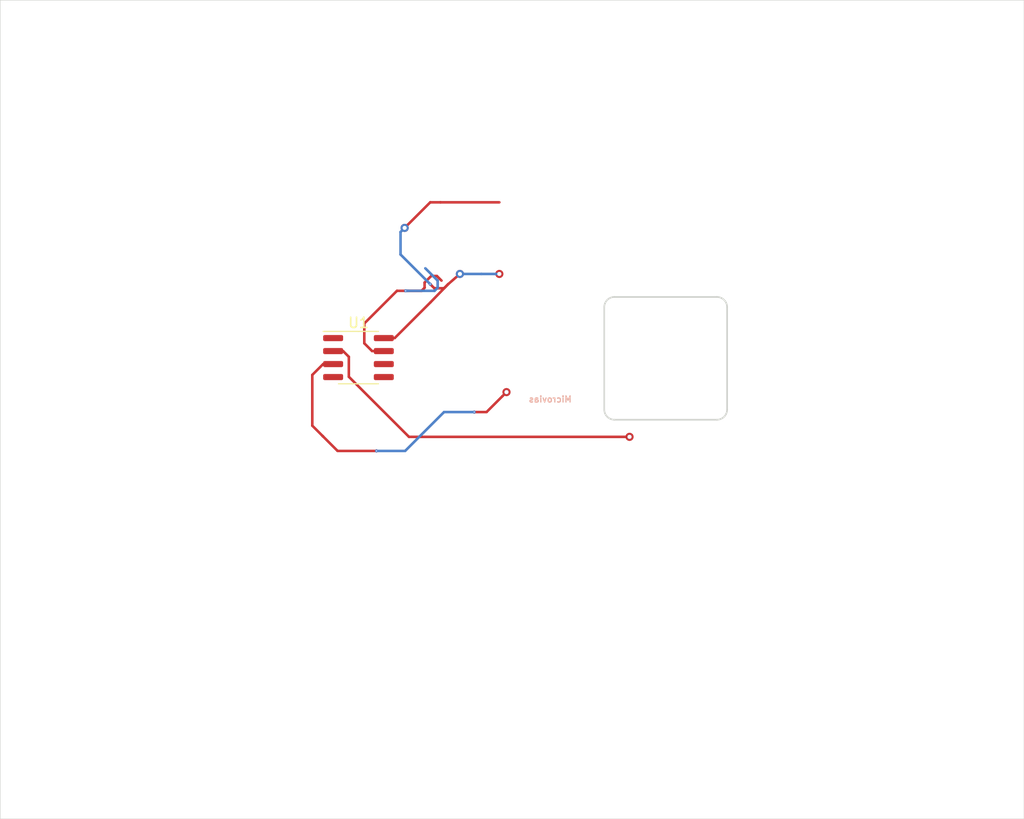
<source format=kicad_pcb>
(kicad_pcb (version 20221018) (generator pcbnew)
  (layers (0 "F.Cu" signal) (1 "In1.Cu" signal) (2 "In2.Cu" signal) (31 "B.Cu" signal) (34 "B.Paste" user) (35 "F.Paste" user) (36 "B.SilkS" user "B.Silkscreen") (37 "F.SilkS" user "F.Silkscreen") (38 "B.Mask" user) (39 "F.Mask" user) (44 "Edge.Cuts" user))
  (net 0 "")
  (net 1 "Net-(U1-Pad8)")
  (net 2 "Net-(U1-Pad7)")
  (net 3 "Net-(U1-Pad6)")
  (net 4 "Net-(U1-Pad5)")
  (net 5 "Net-(U1-Pad4)")
  (net 6 "Net-(U1-Pad3)")
  (net 7 "Net-(U1-Pad2)")
  (net 8 "Net-(U1-Pad1)")
  (footprint "Package_SO:SOIC-8_3.9x4.9mm_P1.27mm" (layer "F.Cu") (at 163.006 96.393)
    (fp_text reference "U1" (at 0 -3.4) (layer "F.SilkS"))
    (fp_text value "LM555xM")
    (fp_line (start 0 -2.56) (end -3.45 -2.56) (stroke (width 0.12)) (layer "F.SilkS"))
    (fp_line (start 0 -2.56) (end 1.95 -2.56) (stroke (width 0.12)) (layer "F.SilkS"))
    (fp_line (start 0 2.56) (end -1.95 2.56) (stroke (width 0.12)) (layer "F.SilkS"))
    (fp_line (start 0 2.56) (end 1.95 2.56) (stroke (width 0.12)) (layer "F.SilkS"))
    (pad "1" smd roundrect (at -2.475 -1.905) (size 1.95 0.6) (layers "F.Cu" "F.Paste" "F.Mask") (net 8 "Net-(U1-Pad1)"))
    (pad "2" smd roundrect (at -2.475 -0.635) (size 1.95 0.6) (layers "F.Cu" "F.Paste" "F.Mask") (net 7 "Net-(U1-Pad2)"))
    (pad "3" smd roundrect (at -2.475 0.635) (size 1.95 0.6) (layers "F.Cu" "F.Paste" "F.Mask") (net 6 "Net-(U1-Pad3)"))
    (pad "4" smd roundrect (at -2.475 1.905) (size 1.95 0.6) (layers "F.Cu" "F.Paste" "F.Mask") (net 5 "Net-(U1-Pad4)"))
    (pad "5" smd roundrect (at 2.475 1.905) (size 1.95 0.6) (layers "F.Cu" "F.Paste" "F.Mask") (net 4 "Net-(U1-Pad5)"))
    (pad "6" smd roundrect (at 2.475 0.635) (size 1.95 0.6) (layers "F.Cu" "F.Paste" "F.Mask") (net 3 "Net-(U1-Pad6)"))
    (pad "7" smd roundrect (at 2.475 -0.635) (size 1.95 0.6) (layers "F.Cu" "F.Paste" "F.Mask") (net 2 "Net-(U1-Pad7)"))
    (pad "8" smd roundrect (at 2.475 -1.905) (size 1.95 0.6) (layers "F.Cu" "F.Paste" "F.Mask") (net 1 "Net-(U1-Pad8)"))
  )
  (gr_line (start 128.016 141.468) (end 128.016 61.468) (stroke (width 0.05)) (layer "Edge.Cuts"))
  (gr_arc (start 198.016 90.468) (mid 198.723107 90.760893) (end 199.016 91.468) (stroke (width 0.16)) (layer "Edge.Cuts"))
  (gr_line (start 187.016 91.468) (end 187.016 101.468) (stroke (width 0.16)) (layer "Edge.Cuts"))
  (gr_arc (start 199.016 101.468) (mid 198.723107 102.175107) (end 198.016 102.468) (stroke (width 0.16)) (layer "Edge.Cuts"))
  (gr_line (start 128.016 61.468) (end 228.016 61.468) (stroke (width 0.05)) (layer "Edge.Cuts"))
  (gr_line (start 228.016 61.468) (end 228.016 141.468) (stroke (width 0.05)) (layer "Edge.Cuts"))
  (gr_line (start 199.016 101.468) (end 199.016 91.468) (stroke (width 0.16)) (layer "Edge.Cuts"))
  (gr_line (start 188.016 102.468) (end 198.016 102.468) (stroke (width 0.16)) (layer "Edge.Cuts"))
  (gr_arc (start 188.016 102.468) (mid 187.308893 102.175107) (end 187.016 101.468) (stroke (width 0.16)) (layer "Edge.Cuts"))
  (gr_arc (start 187.016 91.468) (mid 187.308893 90.760893) (end 188.016 90.468) (stroke (width 0.16)) (layer "Edge.Cuts"))
  (gr_line (start 198.016 90.468) (end 188.016 90.468) (stroke (width 0.16)) (layer "Edge.Cuts"))
  (gr_line (start 228.016 141.468) (end 128.016 141.468) (stroke (width 0.05)) (layer "Edge.Cuts"))
  (gr_text "Microvias" (at 183.896 100.468) (layer "B.SilkS") (effects (font (size 0.6 0.6) (thickness 0.12)) (justify left mirror)))
  (segment (start 172.916 88.218) (end 172.916 88.218) (width 0.25) (layer "F.Cu") (net 1))
  (segment (start 171.766 89.218) (end 172.916 88.218) (width 0.25) (layer "F.Cu") (net 1))
  (segment (start 171.016 81.218) (end 170.016 81.218) (width 0.25) (layer "F.Cu") (net 1))
  (segment (start 166.544836 94.488) (end 170.040418 90.992418) (width 0.25) (layer "F.Cu") (net 1))
  (segment (start 170.016 89.218) (end 170.415999 89.617999) (width 0.25) (layer "F.Cu") (net 1))
  (segment (start 176.765 88.218) (end 176.767 88.218) (width 0.8) (layer "F.Cu") (net 1))
  (segment (start 170.415999 89.617999) (end 171.366001 89.617999) (width 0.25) (layer "F.Cu") (net 1))
  (segment (start 170.016 81.218) (end 167.516 83.718) (width 0.25) (layer "F.Cu") (net 1))
  (segment (start 165.481 94.488) (end 166.544836 94.488) (width 0.25) (layer "F.Cu") (net 1))
  (segment (start 170.040418 90.992418) (end 171.766 89.218) (width 0.25) (layer "F.Cu") (net 1))
  (segment (start 176.766 81.218) (end 171.016 81.218) (width 0.25) (layer "F.Cu") (net 1))
  (segment (start 171.366001 89.617999) (end 171.766 89.218) (width 0.25) (layer "F.Cu") (net 1))
  (via (at 176.766 88.218) (size 0.42) (drill 0.4) (layers "F.Cu" "B.Cu") (net 1))
  (segment (start 172.916 88.218) (end 175.016 88.218) (width 0.25) (layer "B.Cu") (net 1))
  (segment (start 167.116001 86.318001) (end 170.016 89.218) (width 0.25) (layer "B.Cu") (net 1))
  (segment (start 175.016 88.218) (end 176.766 88.218) (width 0.25) (layer "B.Cu") (net 1))
  (segment (start 167.116001 84.117999) (end 167.116001 86.318001) (width 0.25) (layer "B.Cu") (net 1))
  (segment (start 167.516 83.718) (end 167.116001 84.117999) (width 0.25) (layer "B.Cu") (net 1))
  (via (at 170.016 89.218) (size 0.3) (drill 0.1) (layers "F.Cu" "B.Cu") (net 1))
  (via (at 172.916 88.218) (size 0.8) (drill 0.4) (layers "F.Cu" "B.Cu") (net 1))
  (via (at 167.516 83.718) (size 0.8) (drill 0.4) (layers "F.Cu" "B.Cu") (net 1))
  (segment (start 169.466 89.064998) (end 169.466 89.568) (width 0.25) (layer "F.Cu") (net 2))
  (segment (start 170.666 88.418) (end 170.112998 88.418) (width 0.25) (layer "F.Cu") (net 2))
  (segment (start 164.338 95.758) (end 165.481 95.758) (width 0.25) (layer "F.Cu") (net 2))
  (segment (start 167.616 89.868) (end 166.766 89.868) (width 0.25) (layer "F.Cu") (net 2))
  (segment (start 166.766 89.868) (end 163.576 93.058) (width 0.25) (layer "F.Cu") (net 2))
  (segment (start 170.112998 88.418) (end 169.466 89.064998) (width 0.25) (layer "F.Cu") (net 2))
  (segment (start 171.116 88.868) (end 170.666 88.418) (width 0.25) (layer "F.Cu") (net 2))
  (segment (start 163.576 94.996) (end 164.338 95.758) (width 0.25) (layer "F.Cu") (net 2))
  (segment (start 169.166 89.868) (end 167.616 89.868) (width 0.25) (layer "F.Cu") (net 2))
  (segment (start 163.576 93.058) (end 163.576 94.996) (width 0.25) (layer "F.Cu") (net 2))
  (segment (start 169.466 89.568) (end 169.166 89.868) (width 0.25) (layer "F.Cu") (net 2))
  (segment (start 170.439002 89.868) (end 167.828132 89.868) (width 0.25) (layer "B.Cu") (net 2))
  (segment (start 169.539002 87.668) (end 170.741001 88.869999) (width 0.25) (layer "B.Cu") (net 2))
  (segment (start 170.741001 89.566001) (end 170.439002 89.868) (width 0.25) (layer "B.Cu") (net 2))
  (segment (start 170.741001 88.869999) (end 170.741001 89.566001) (width 0.25) (layer "B.Cu") (net 2))
  (segment (start 167.828132 89.868) (end 167.616 89.868) (width 0.25) (layer "B.Cu") (net 2))
  (via (at 167.616 89.868) (size 0.3) (drill 0.1) (layers "F.Cu" "B.Cu") (net 2))
  (segment (start 160.531 97.028) (end 159.556 97.028) (width 0.25) (layer "F.Cu") (net 6))
  (segment (start 177.066001 100.167999) (end 177.466 99.768) (width 0.25) (layer "F.Cu") (net 6))
  (segment (start 160.966 105.518) (end 164.766 105.518) (width 0.25) (layer "F.Cu") (net 6))
  (segment (start 159.556 97.028) (end 158.496 98.088) (width 0.25) (layer "F.Cu") (net 6))
  (segment (start 159.55 104.102) (end 160.966 105.518) (width 0.25) (layer "F.Cu") (net 6))
  (segment (start 158.496 98.088) (end 158.496 103.048) (width 0.25) (layer "F.Cu") (net 6))
  (segment (start 174.316 101.718) (end 175.516 101.718) (width 0.25) (layer "F.Cu") (net 6))
  (segment (start 177.465 99.768) (end 177.467 99.768) (width 0.8) (layer "F.Cu") (net 6))
  (segment (start 175.516 101.718) (end 177.066001 100.167999) (width 0.25) (layer "F.Cu") (net 6))
  (segment (start 159.490999 104.042999) (end 159.55 104.102) (width 0.25) (layer "F.Cu") (net 6))
  (segment (start 158.496 103.048) (end 159.55 104.102) (width 0.25) (layer "F.Cu") (net 6))
  (via (at 177.466 99.768) (size 0.42) (drill 0.4) (layers "F.Cu" "B.Cu") (net 6))
  (segment (start 167.566 105.518) (end 171.366 101.718) (width 0.25) (layer "B.Cu") (net 6))
  (segment (start 171.366 101.718) (end 174.316 101.718) (width 0.25) (layer "B.Cu") (net 6))
  (segment (start 164.766 105.518) (end 167.566 105.518) (width 0.25) (layer "B.Cu") (net 6))
  (via (at 174.316 101.718) (size 0.3) (drill 0.1) (layers "F.Cu" "B.Cu") (net 6))
  (via (at 164.766 105.518) (size 0.3) (drill 0.1) (layers "F.Cu" "B.Cu") (net 6))
  (segment (start 162.066 98.268) (end 167.938004 104.140004) (width 0.25) (layer "F.Cu") (net 7))
  (segment (start 162.066 96.318) (end 162.066 98.268) (width 0.25) (layer "F.Cu") (net 7))
  (segment (start 167.938004 104.140004) (end 189.484 104.140004) (width 0.25) (layer "F.Cu") (net 7))
  (segment (start 160.531 95.758) (end 161.506 95.758) (width 0.25) (layer "F.Cu") (net 7))
  (segment (start 189.483 104.140004) (end 189.485 104.140004) (width 0.8) (layer "F.Cu") (net 7))
  (segment (start 161.506 95.758) (end 162.066 96.318) (width 0.25) (layer "F.Cu") (net 7))
  (via (at 189.484 104.140004) (size 0.42) (drill 0.4) (layers "F.Cu" "B.Cu") (net 7))
)
</source>
